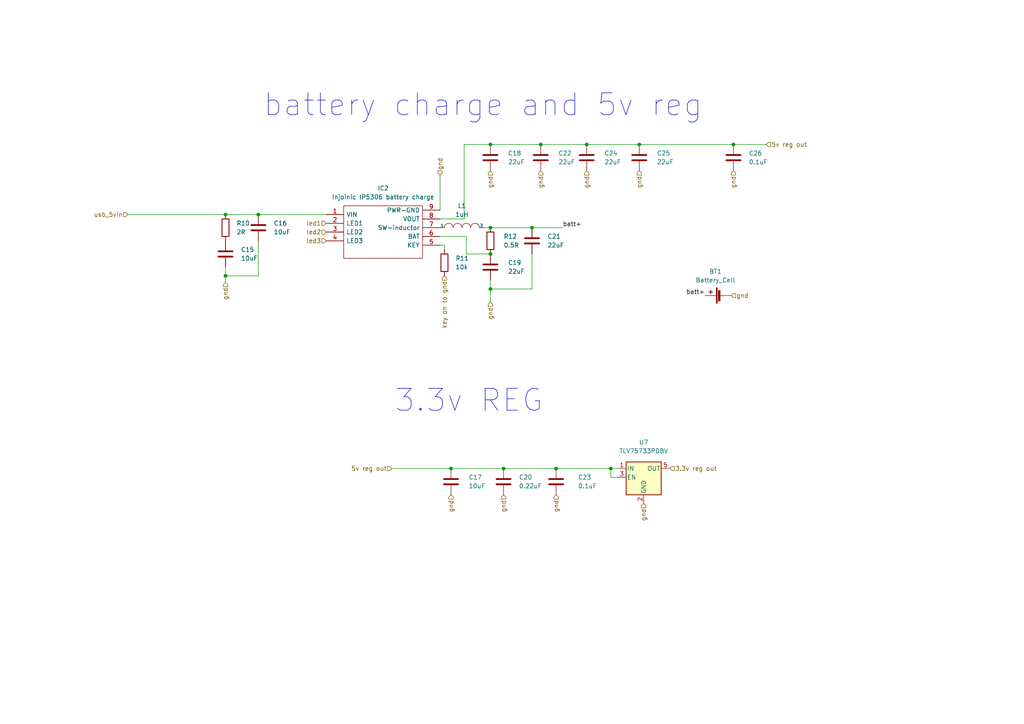
<source format=kicad_sch>
(kicad_sch (version 20211123) (generator eeschema)
  (paper "A4")
  (lib_symbols
    (symbol "Device:Battery_Cell" (pin_numbers hide) (pin_names (offset 0) hide)
      (property "Reference" "BT" (at 2.54 2.54 0))
      (property "Value" "Battery_Cell" (at 2.54 0 0))
      (symbol "Battery_Cell_0_1"
        (rectangle (start -2.286 1.778) (end 2.286 1.524) (fill (type outline)))
        (rectangle (start -1.5748 1.1938) (end 1.4732 0.6858) (fill (type outline)))
        (polyline (pts (xy 0 0.762) (xy 0 0)))
        (polyline (pts (xy 0 1.778) (xy 0 2.54)))
        (polyline (pts (xy 0.508 3.429) (xy 1.524 3.429)) (stroke (width 0.254)))
        (polyline (pts (xy 1.016 3.937) (xy 1.016 2.921)) (stroke (width 0.254)))
      )
      (symbol "Battery_Cell_1_1"
        (pin passive line (at 0 5.08 270) (length 2.54) (name "+") (number "1"))
        (pin passive line (at 0 -2.54 90) (length 2.54) (name "-") (number "2"))
      )
    )
    (symbol "Device:C" (pin_numbers hide) (pin_names (offset 0.254))
      (property "Reference" "C" (at 0.635 2.54 0))
      (property "Value" "C" (at 0.635 -2.54 0))
      (symbol "C_0_1"
        (polyline (pts (xy -2.032 -0.762) (xy 2.032 -0.762)) (stroke (width 0.508)))
        (polyline (pts (xy -2.032 0.762) (xy 2.032 0.762)) (stroke (width 0.508)))
      )
      (symbol "C_1_1"
        (pin passive line (at 0 3.81 270) (length 2.794) (name "~") (number "1"))
        (pin passive line (at 0 -3.81 90) (length 2.794) (name "~") (number "2"))
      )
    )
    (symbol "Device:R" (pin_numbers hide) (pin_names (offset 0))
      (property "Reference" "R" (at 2.032 0 90))
      (property "Value" "R" (at 0 0 90))
      (symbol "R_0_1"
        (rectangle (start -1.016 -2.54) (end 1.016 2.54) (stroke (width 0.254)))
      )
      (symbol "R_1_1"
        (pin passive line (at 0 3.81 270) (length 1.27) (name "~") (number "1"))
        (pin passive line (at 0 -3.81 90) (length 1.27) (name "~") (number "2"))
      )
    )
    (symbol "Regulator_Linear:TLV75733PDBV" (pin_names (offset 0.254))
      (property "Reference" "U" (at -3.81 5.715 0))
      (property "Value" "TLV75733PDBV" (at 0 5.715 0))
      (symbol "TLV75733PDBV_0_1"
        (rectangle (start -5.08 4.445) (end 5.08 -5.08) (stroke (width 0.254)) (fill (type background)))
      )
      (symbol "TLV75733PDBV_1_1"
        (pin power_in line (at -7.62 2.54 0) (length 2.54) (name "IN") (number "1"))
        (pin power_in line (at 0 -7.62 90) (length 2.54) (name "GND") (number "2"))
        (pin input line (at -7.62 0 0) (length 2.54) (name "EN") (number "3"))
        (pin no_connect line (at 5.08 0 180) (length 2.54) hide (name "NC") (number "4"))
        (pin power_out line (at 7.62 2.54 180) (length 2.54) (name "OUT") (number "5"))
      )
    )
    (symbol "clarinoid2:Injoinic IP5306 battery charge" (pin_names (offset 0.762))
      (property "Reference" "IC" (at -11.43 10.16 0))
      (property "Value" "Injoinic IP5306 battery charge" (at -11.43 7.62 0))
      (symbol "Injoinic IP5306 battery charge_0_0"
        (pin power_in line (at -16.51 3.81 0) (length 5.08) (name "VIN") (number "1"))
        (pin output line (at -16.51 1.27 0) (length 5.08) (name "LED1") (number "2"))
        (pin output line (at -16.51 -1.27 0) (length 5.08) (name "LED2") (number "3"))
        (pin passive line (at -16.51 -3.81 0) (length 5.08) (name "LED3") (number "4"))
        (pin passive line (at 16.51 -5.08 180) (length 5.08) (name "KEY") (number "5"))
        (pin passive line (at 16.51 -2.54 180) (length 5.08) (name "BAT") (number "6"))
        (pin passive line (at 16.51 0 180) (length 5.08) (name "SW-inductor") (number "7"))
        (pin power_out line (at 16.51 2.54 180) (length 5.08) (name "VOUT") (number "8"))
        (pin power_out line (at 16.51 5.08 180) (length 5.08) (name "PWR-GND") (number "9"))
      )
      (symbol "Injoinic IP5306 battery charge_0_1"
        (polyline (pts (xy -11.43 6.35) (xy 11.43 6.35) (xy 11.43 -8.89) (xy -11.43 -8.89) (xy -11.43 6.35)) (stroke (width 0.1524)))
      )
    )
    (symbol "pspice:INDUCTOR" (pin_numbers hide) (pin_names (offset 0))
      (property "Reference" "L" (at 0 2.54 0))
      (property "Value" "INDUCTOR" (at 0 -1.27 0))
      (symbol "INDUCTOR_0_1"
        (arc (start -2.54 0) (mid -3.81 1.27) (end -5.08 0))
        (arc (start 0 0) (mid -1.27 1.27) (end -2.54 0))
        (arc (start 2.54 0) (mid 1.27 1.27) (end 0 0))
        (arc (start 5.08 0) (mid 3.81 1.27) (end 2.54 0))
      )
      (symbol "INDUCTOR_1_1"
        (pin input line (at -6.35 0 0) (length 1.27) (name "1") (number "1"))
        (pin input line (at 6.35 0 180) (length 1.27) (name "2") (number "2"))
      )
    )
  )
  (junction (at 212.725 41.91))
  (junction (at 65.405 80.01))
  (junction (at 170.18 41.91))
  (junction (at 65.405 62.23))
  (junction (at 177.165 135.89))
  (junction (at 142.24 83.82))
  (junction (at 130.81 135.89))
  (junction (at 156.845 41.91))
  (junction (at 146.05 135.89))
  (junction (at 142.24 66.04))
  (junction (at 161.29 135.89))
  (junction (at 142.24 73.66))
  (junction (at 74.93 62.23))
  (junction (at 142.24 41.91))
  (junction (at 154.305 66.04))
  (junction (at 185.42 41.91))
  (wire (pts (xy 154.305 66.04) (xy 163.195 66.04)))
  (wire (pts (xy 127.635 68.58) (xy 135.255 68.58)))
  (wire (pts (xy 177.165 135.89) (xy 179.07 135.89)))
  (wire (pts (xy 127.635 50.8) (xy 127.635 60.96)))
  (wire (pts (xy 154.305 73.66) (xy 154.305 83.82)))
  (wire (pts (xy 140.335 66.04) (xy 142.24 66.04)))
  (wire (pts (xy 212.725 41.91) (xy 222.25 41.91)))
  (wire (pts (xy 130.81 135.89) (xy 146.05 135.89)))
  (wire (pts (xy 156.845 41.91) (xy 170.18 41.91)))
  (wire (pts (xy 74.93 69.85) (xy 74.93 80.01)))
  (wire (pts (xy 179.07 138.43) (xy 177.165 138.43)))
  (wire (pts (xy 113.665 135.89) (xy 130.81 135.89)))
  (wire (pts (xy 65.405 77.47) (xy 65.405 80.01)))
  (wire (pts (xy 146.05 135.89) (xy 161.29 135.89)))
  (wire (pts (xy 128.905 71.12) (xy 128.905 72.39)))
  (wire (pts (xy 142.24 41.91) (xy 156.845 41.91)))
  (wire (pts (xy 161.29 135.89) (xy 177.165 135.89)))
  (wire (pts (xy 142.24 87.63) (xy 142.24 83.82)))
  (wire (pts (xy 142.24 41.91) (xy 134.62 41.91)))
  (wire (pts (xy 74.93 62.23) (xy 94.615 62.23)))
  (wire (pts (xy 142.24 83.82) (xy 154.305 83.82)))
  (wire (pts (xy 74.93 80.01) (xy 65.405 80.01)))
  (wire (pts (xy 134.62 41.91) (xy 134.62 63.5)))
  (wire (pts (xy 177.165 138.43) (xy 177.165 135.89)))
  (wire (pts (xy 65.405 80.01) (xy 65.405 81.915)))
  (wire (pts (xy 37.084 62.23) (xy 65.405 62.23)))
  (wire (pts (xy 142.24 66.04) (xy 154.305 66.04)))
  (wire (pts (xy 65.405 62.23) (xy 74.93 62.23)))
  (wire (pts (xy 135.255 68.58) (xy 135.255 73.66)))
  (wire (pts (xy 127.635 71.12) (xy 128.905 71.12)))
  (wire (pts (xy 134.62 63.5) (xy 127.635 63.5)))
  (wire (pts (xy 142.24 83.82) (xy 142.24 81.28)))
  (wire (pts (xy 170.18 41.91) (xy 185.42 41.91)))
  (wire (pts (xy 185.42 41.91) (xy 212.725 41.91)))
  (wire (pts (xy 135.255 73.66) (xy 142.24 73.66)))
  (text "battery charge and 5v reg" (at 76.2 34.29 0) (effects (font (size 6.35 6.35)) (justify left bottom)))
  (text "3.3v REG" (at 114.3 120.015 0) (effects (font (size 6.35 6.35)) (justify left bottom)))
  (label "batt+" (at 204.47 85.725 180))
  (label "batt+" (at 163.195 66.04 0))
  (hierarchical_label "gnd" (shape input) (at 130.81 143.51 270))
  (hierarchical_label "gnd" (shape input) (at 185.42 49.53 270))
  (hierarchical_label "gnd" (shape input) (at 127.635 50.8 90))
  (hierarchical_label "gnd" (shape input) (at 186.69 146.05 270))
  (hierarchical_label "usb_5vin" (shape input) (at 37.084 62.23 180))
  (hierarchical_label "5v reg out" (shape input) (at 222.25 41.91 0))
  (hierarchical_label "gnd" (shape input) (at 142.24 49.53 270))
  (hierarchical_label "5v reg out" (shape input) (at 113.665 135.89 180))
  (hierarchical_label "gnd" (shape input) (at 146.05 143.51 270))
  (hierarchical_label "led1" (shape input) (at 94.615 64.77 180))
  (hierarchical_label "led2" (shape input) (at 94.615 67.31 180))
  (hierarchical_label "gnd" (shape input) (at 212.09 85.725 0))
  (hierarchical_label "gnd" (shape input) (at 212.725 49.53 270))
  (hierarchical_label "gnd" (shape input) (at 156.845 49.53 270))
  (hierarchical_label "gnd" (shape input) (at 65.405 81.915 270))
  (hierarchical_label "3.3v reg out" (shape input) (at 194.31 135.89 0))
  (hierarchical_label "gnd" (shape input) (at 142.24 87.63 270))
  (hierarchical_label "gnd" (shape input) (at 161.29 143.51 270))
  (hierarchical_label "gnd" (shape input) (at 170.18 49.53 270))
  (hierarchical_label "led3" (shape input) (at 94.615 69.85 180))
  (hierarchical_label "key on to gnd" (shape input) (at 128.905 80.01 270))
  (symbol (lib_id "Device:C") (at 142.24 77.47 0) (unit 1)
    (property "Reference" "C19" (at 147.32 76.1999 0) (effects (justify left)))
    (property "Value" "22uF" (at 147.32 78.7399 0) (effects (justify left)))
    (property "Footprint" "Capacitor_SMD:C_0603_1608Metric" (effects hide))
    (property "LCSC part number" "C59461" (effects hide))
    (property "verif" "1" (effects hide))
  )
  (symbol (lib_id "Device:C") (at 130.81 139.7 0) (unit 1)
    (property "Reference" "C17" (at 135.89 138.4299 0) (effects (justify left)))
    (property "Value" "10uF" (at 135.89 140.9699 0) (effects (justify left)))
    (property "Footprint" "Capacitor_SMD:C_0402_1005Metric" (effects hide))
    (property "LCSC part number" "C15525" (effects hide))
    (property "verif" "1" (effects hide))
  )
  (symbol (lib_id "Device:R") (at 65.405 66.04 0) (unit 1)
    (property "Reference" "R10" (at 68.58 64.7699 0) (effects (justify left)))
    (property "Value" "2R" (at 68.58 67.3099 0) (effects (justify left)))
    (property "Footprint" "Resistor_SMD:R_0603_1608Metric" (effects hide))
    (property "LCSC part number" "C22977" (effects hide))
    (property "verif" "1" (effects hide))
  )
  (symbol (lib_id "Device:C") (at 65.405 73.66 0) (unit 1)
    (property "Reference" "C15" (at 69.85 72.3899 0) (effects (justify left)))
    (property "Value" "10uF" (at 69.85 74.9299 0) (effects (justify left)))
    (property "Footprint" "Capacitor_SMD:C_0402_1005Metric" (effects hide))
    (property "LCSC part number" "C15525" (effects hide))
    (property "verif" "1" (effects hide))
  )
  (symbol (lib_id "Device:C") (at 185.42 45.72 0) (unit 1)
    (property "Reference" "C25" (at 190.5 44.4499 0) (effects (justify left)))
    (property "Value" "22uF" (at 190.5 46.9899 0) (effects (justify left)))
    (property "Footprint" "Capacitor_SMD:C_0603_1608Metric" (effects hide))
    (property "LCSC part number" "C59461" (effects hide))
    (property "verif" "1" (effects hide))
  )
  (symbol (lib_id "Device:C") (at 156.845 45.72 0) (unit 1)
    (property "Reference" "C22" (at 161.925 44.4499 0) (effects (justify left)))
    (property "Value" "22uF" (at 161.925 46.9899 0) (effects (justify left)))
    (property "Footprint" "Capacitor_SMD:C_0603_1608Metric" (effects hide))
    (property "LCSC part number" "C59461" (effects hide))
    (property "verif" "1" (effects hide))
  )
  (symbol (lib_id "Device:C") (at 154.305 69.85 0) (unit 1)
    (property "Reference" "C21" (at 158.75 68.5799 0) (effects (justify left)))
    (property "Value" "22uF" (at 158.75 71.1199 0) (effects (justify left)))
    (property "Footprint" "Capacitor_SMD:C_0603_1608Metric" (effects hide))
    (property "LCSC part number" "C59461" (effects hide))
    (property "verif" "1" (effects hide))
  )
  (symbol (lib_id "Device:R") (at 142.24 69.85 0) (unit 1)
    (property "Reference" "R12" (at 146.05 68.5799 0) (effects (justify left)))
    (property "Value" "0.5R" (at 146.05 71.1199 0) (effects (justify left)))
    (property "Footprint" "Resistor_SMD:R_0402_1005Metric" (effects hide))
    (property "LCSC part number" "C880273" (effects hide))
    (property "verif" "1" (effects hide))
  )
  (symbol (lib_id "Device:C") (at 146.05 139.7 0) (unit 1)
    (property "Reference" "C20" (at 150.495 138.4299 0) (effects (justify left)))
    (property "Value" "0.22uF" (at 150.495 140.9699 0) (effects (justify left)))
    (property "Footprint" "Capacitor_SMD:C_0603_1608Metric" (effects hide))
    (property "LCSC part number" "C21120" (effects hide))
    (property "verif" "1" (effects hide))
  )
  (symbol (lib_id "Device:R") (at 128.905 76.2 0) (unit 1)
    (property "Reference" "R11" (at 132.08 74.9299 0) (effects (justify left)))
    (property "Value" "10k" (at 132.08 77.4699 0) (effects (justify left)))
    (property "Footprint" "Resistor_SMD:R_0402_1005Metric" (effects hide))
    (property "LCSC part number" "C25744" (effects hide))
    (property "verif" "1" (effects hide))
  )
  (symbol (lib_id "Regulator_Linear:TLV75733PDBV") (at 186.69 138.43 0) (unit 1)
    (property "Reference" "U7" (at 186.69 128.27 0))
    (property "Value" "TLV75733PDBV" (at 186.69 130.81 0))
    (property "Footprint" "Package_TO_SOT_SMD:SOT-23-5" (effects hide))
    (property "Datasheet" "https://www.ti.com/lit/ds/symlink/tlv757p.pdf" (effects hide))
    (property "LCSC part number" "C485517" (effects hide))
    (property "verif" "1" (effects hide))
  )
  (symbol (lib_id "Device:C") (at 212.725 45.72 0) (unit 1)
    (property "Reference" "C26" (at 217.17 44.4499 0) (effects (justify left)))
    (property "Value" "0.1uF" (at 217.17 46.9899 0) (effects (justify left)))
    (property "Footprint" "Capacitor_SMD:C_0402_1005Metric" (effects hide))
    (property "LCSC part number" "C1525" (effects hide))
    (property "verif" "1" (effects hide))
  )
  (symbol (lib_id "Device:C") (at 170.18 45.72 0) (unit 1)
    (property "Reference" "C24" (at 175.26 44.4499 0) (effects (justify left)))
    (property "Value" "22uF" (at 175.26 46.9899 0) (effects (justify left)))
    (property "Footprint" "Capacitor_SMD:C_0603_1608Metric" (effects hide))
    (property "LCSC part number" "C59461" (effects hide))
    (property "verif" "1" (effects hide))
  )
  (symbol (lib_id "clarinoid2:Injoinic IP5306 battery charge") (at 111.125 66.04 0) (unit 1)
    (property "Reference" "IC2" (at 111.125 54.61 0))
    (property "Value" "Injoinic IP5306 battery charge" (at 111.125 57.15 0))
    (property "Footprint" "SamacSys_Parts:SOIC127P599X155-9N" (effects hide))
    (property "Datasheet" "http://www.injoinic.com/wwwroot/uploads/files/20200221/0405f23c247a34d3990ae100c8b20a27.pdf" (effects hide))
    (property "LCSC part number" "C181692" (effects hide))
    (property "verif" "1" (effects hide))
  )
  (symbol (lib_id "pspice:INDUCTOR") (at 133.985 66.04 0) (unit 1)
    (property "Reference" "L1" (at 133.985 59.69 0))
    (property "Value" "1uH" (at 133.985 62.23 0))
    (property "Footprint" "clarinoid2:Inductor_MCS0630-1R0MN2" (effects hide))
    (property "LCSC part number" "C385251" (effects hide))
    (property "verif" "1" (effects hide))
  )
  (symbol (lib_id "Device:C") (at 142.24 45.72 0) (unit 1)
    (property "Reference" "C18" (at 147.32 44.4499 0) (effects (justify left)))
    (property "Value" "22uF" (at 147.32 46.9899 0) (effects (justify left)))
    (property "Footprint" "Capacitor_SMD:C_0603_1608Metric" (effects hide))
    (property "LCSC part number" "C59461" (effects hide))
    (property "verif" "1" (effects hide))
  )
  (symbol (lib_id "Device:C") (at 74.93 66.04 0) (unit 1)
    (property "Reference" "C16" (at 79.375 64.7699 0) (effects (justify left)))
    (property "Value" "10uF" (at 79.375 67.3099 0) (effects (justify left)))
    (property "Footprint" "Capacitor_SMD:C_0402_1005Metric" (effects hide))
    (property "LCSC part number" "C15525" (effects hide))
    (property "verif" "1" (effects hide))
  )
  (symbol (lib_id "Device:Battery_Cell") (at 209.55 85.725 90) (unit 1) (in_bom no)
    (property "Reference" "BT1" (at 207.518 78.74 90))
    (property "Value" "Battery_Cell" (at 207.518 81.28 90))
    (property "Footprint" "Battery:BatteryHolder_Keystone_1042_1x18650" (effects hide))
    (property "LCSC part number" "-" (effects hide))
    (property "verif" "1" (effects hide))
  )
  (symbol (lib_id "Device:C") (at 161.29 139.7 0) (unit 1)
    (property "Reference" "C23" (at 167.64 138.4299 0) (effects (justify left)))
    (property "Value" "0.1uF" (at 167.64 140.9699 0) (effects (justify left)))
    (property "Footprint" "Capacitor_SMD:C_0603_1608Metric" (effects hide))
    (property "LCSC part number" "C14663" (effects hide))
    (property "verif" "1" (effects hide))
  )
)
</source>
